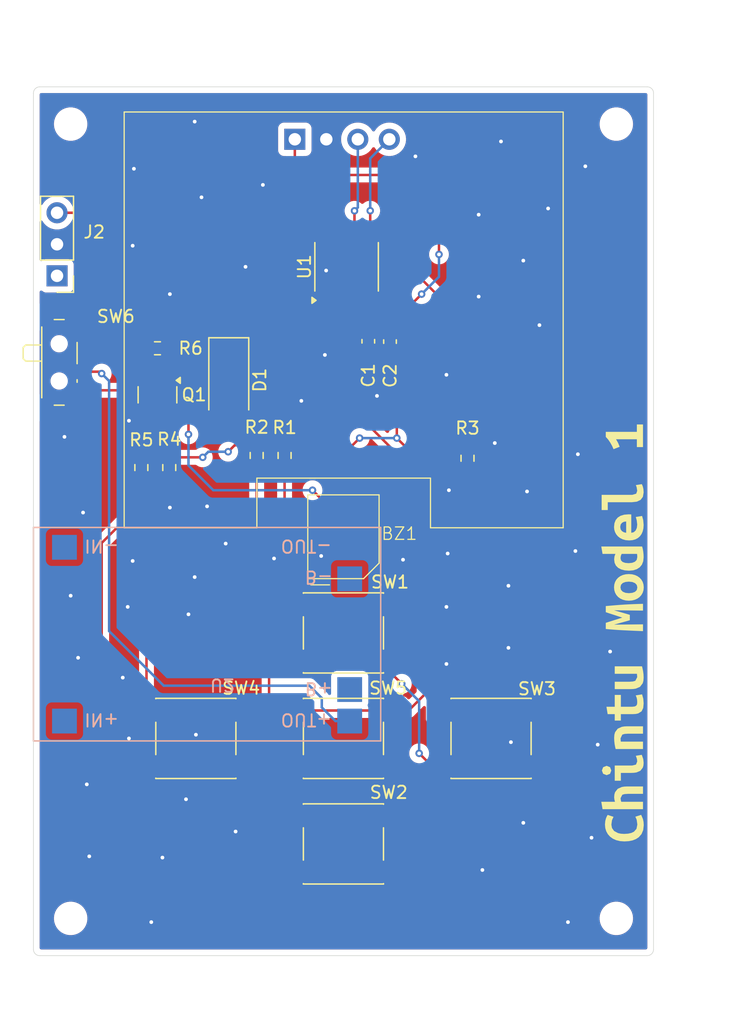
<source format=kicad_pcb>
(kicad_pcb (version 20241229) (generator "pcbnew") (generator_version "9.0")
  (layers (0 "F.Cu" signal) (2 "B.Cu" signal) (13 "F.Paste" user) (15 "B.Paste" user) (5 "F.SilkS" user "F.Silkscreen") (7 "B.SilkS" user "B.Silkscreen") (1 "F.Mask" user) (3 "B.Mask" user) (25 "Edge.Cuts" user))
  (net 0 "")
  (net 1 "VIN")
  (net 2 "GND")
  (net 3 "SDA")
  (net 4 "SCL")
  (net 5 "+3V3")
  (net 6 "DIO")
  (net 7 "Net-(Q1-B)")
  (net 8 "Net-(BZ1-+)")
  (net 9 "Net-(R1-Pad2)")
  (net 10 "Net-(R2-Pad2)")
  (net 11 "Net-(R3-Pad2)")
  (net 12 "Net-(R4-Pad2)")
  (net 13 "Net-(R5-Pad1)")
  (net 14 "BEEP")
  (net 15 "PAD")
  (net 16 "ACT")
  (net 17 "VBAT")
  (footprint "Button_Switch_SMD:SW_SPST_PTS645" (layer "F.Cu") (at 147.495 76.5)
    (property "Reference" "SW1" (at 3.755 -4.1 0) (layer "F.SilkS"))
    (property "Value" "UP")
    (fp_line (start -3.23 -3.23) (end 3.23 -3.23) (stroke (width 0.12)) (layer "F.SilkS"))
    (fp_line (start -3.23 -3.2) (end -3.23 -3.23) (stroke (width 0.12)) (layer "F.SilkS"))
    (fp_line (start -3.23 -1.3) (end -3.23 1.3) (stroke (width 0.12)) (layer "F.SilkS"))
    (fp_line (start -3.23 3.23) (end -3.23 3.2) (stroke (width 0.12)) (layer "F.SilkS"))
    (fp_line (start -3.23 3.23) (end 3.23 3.23) (stroke (width 0.12)) (layer "F.SilkS"))
    (fp_line (start 3.23 -3.23) (end 3.23 -3.2) (stroke (width 0.12)) (layer "F.SilkS"))
    (fp_line (start 3.23 -1.3) (end 3.23 1.3) (stroke (width 0.12)) (layer "F.SilkS"))
    (fp_line (start 3.23 3.23) (end 3.23 3.2) (stroke (width 0.12)) (layer "F.SilkS"))
    (pad "1" smd rect (at -3.98 -2.25) (size 1.55 1.3) (layers "F.Cu" "F.Mask" "F.Paste") (net 9 "Net-(R1-Pad2)"))
    (pad "1" smd rect (at 3.98 -2.25) (size 1.55 1.3) (layers "F.Cu" "F.Mask" "F.Paste") (net 9 "Net-(R1-Pad2)"))
    (pad "2" smd rect (at -3.98 2.25) (size 1.55 1.3) (layers "F.Cu" "F.Mask" "F.Paste") (net 15 "PAD"))
    (pad "2" smd rect (at 3.98 2.25) (size 1.55 1.3) (layers "F.Cu" "F.Mask" "F.Paste") (net 15 "PAD"))
  )
  (footprint "Capacitor_SMD:C_0603_1608Metric" (layer "F.Cu") (at 149.5 53 -90)
    (property "Reference" "C1" (at 2.75 0 90) (layer "F.SilkS"))
    (property "Value" "1uF")
    (fp_line (start -0.14058 0.51) (end 0.14058 0.51) (stroke (width 0.12)) (layer "F.SilkS"))
    (fp_line (start -0.14058 -0.51) (end 0.14058 -0.51) (stroke (width 0.12)) (layer "F.SilkS"))
    (pad "1" smd roundrect (at -0.775 0 270) (size 0.9 0.95) (layers "F.Cu" "F.Mask" "F.Paste") (net 1 "VIN"))
    (pad "2" smd roundrect (at 0.775 0 270) (size 0.9 0.95) (layers "F.Cu" "F.Mask" "F.Paste") (net 2 "GND"))
  )
  (footprint "MountingHole:MountingHole_2.2mm_M2" (layer "F.Cu") (at 169.5 35.5)
    (property "Reference" "REF**" (hide yes))
    (property "Value" "MountingHole_2.2mm_M2" (hide yes))
    (pad "" np_thru_hole circle (at 0 0) (size 2.2 2.2) (drill 2.2) (layers "*.Cu" "*.Mask"))
  )
  (footprint "Button_Switch_SMD:SW_SPST_PTS645" (layer "F.Cu") (at 135.595 85)
    (property "Reference" "SW4" (at 3.655 -4.05 0) (layer "F.SilkS"))
    (property "Value" "LEFT")
    (fp_line (start -3.23 -3.23) (end 3.23 -3.23) (stroke (width 0.12)) (layer "F.SilkS"))
    (fp_line (start -3.23 -3.2) (end -3.23 -3.23) (stroke (width 0.12)) (layer "F.SilkS"))
    (fp_line (start -3.23 -1.3) (end -3.23 1.3) (stroke (width 0.12)) (layer "F.SilkS"))
    (fp_line (start -3.23 3.23) (end -3.23 3.2) (stroke (width 0.12)) (layer "F.SilkS"))
    (fp_line (start -3.23 3.23) (end 3.23 3.23) (stroke (width 0.12)) (layer "F.SilkS"))
    (fp_line (start 3.23 -3.23) (end 3.23 -3.2) (stroke (width 0.12)) (layer "F.SilkS"))
    (fp_line (start 3.23 -1.3) (end 3.23 1.3) (stroke (width 0.12)) (layer "F.SilkS"))
    (fp_line (start 3.23 3.23) (end 3.23 3.2) (stroke (width 0.12)) (layer "F.SilkS"))
    (pad "1" smd rect (at -3.98 -2.25) (size 1.55 1.3) (layers "F.Cu" "F.Mask" "F.Paste") (net 12 "Net-(R4-Pad2)"))
    (pad "1" smd rect (at 3.98 -2.25) (size 1.55 1.3) (layers "F.Cu" "F.Mask" "F.Paste") (net 12 "Net-(R4-Pad2)"))
    (pad "2" smd rect (at -3.98 2.25) (size 1.55 1.3) (layers "F.Cu" "F.Mask" "F.Paste") (net 13 "Net-(R5-Pad1)"))
    (pad "2" smd rect (at 3.98 2.25) (size 1.55 1.3) (layers "F.Cu" "F.Mask" "F.Paste") (net 13 "Net-(R5-Pad1)"))
  )
  (footprint "MountingHole:MountingHole_2.2mm_M2" (layer "F.Cu") (at 169.5 99.5)
    (property "Reference" "REF**" (hide yes))
    (property "Value" "MountingHole_2.2mm_M2" (hide yes))
    (pad "" np_thru_hole circle (at 0 0) (size 2.2 2.2) (drill 2.2) (layers "*.Cu" "*.Mask"))
  )
  (footprint "Package_SO:SOP-8_3.9x4.9mm_P1.27mm" (layer "F.Cu") (at 147.75 47 90)
    (property "Reference" "U1" (at 0 -3.4 90) (layer "F.SilkS"))
    (property "Value" "CH32V003JxMx")
    (fp_line (start 0 -2.56) (end 1.95 -2.56) (stroke (width 0.12)) (layer "F.SilkS"))
    (fp_line (start 0 -2.56) (end -1.95 -2.56) (stroke (width 0.12)) (layer "F.SilkS"))
    (fp_line (start 0 2.56) (end 1.95 2.56) (stroke (width 0.12)) (layer "F.SilkS"))
    (fp_line (start 0 2.56) (end -1.95 2.56) (stroke (width 0.12)) (layer "F.SilkS"))
    (fp_poly (pts (xy -2.7 -2.465) (xy -2.94 -2.795) (xy -2.46 -2.795) (xy -2.7 -2.465)) (stroke (width 0.12)) (fill yes) (layer "F.SilkS"))
    (pad "1" smd roundrect (at -2.625 -1.905 90) (size 1.65 0.6) (layers "F.Cu" "F.Mask" "F.Paste") (net 14 "BEEP"))
    (pad "2" smd roundrect (at -2.625 -0.635 90) (size 1.65 0.6) (layers "F.Cu" "F.Mask" "F.Paste") (net 2 "GND"))
    (pad "3" smd roundrect (at -2.625 0.635 90) (size 1.65 0.6) (layers "F.Cu" "F.Mask" "F.Paste") (net 16 "ACT"))
    (pad "4" smd roundrect (at -2.625 1.905 90) (size 1.65 0.6) (layers "F.Cu" "F.Mask" "F.Paste") (net 1 "VIN"))
    (pad "5" smd roundrect (at 2.625 1.905 90) (size 1.65 0.6) (layers "F.Cu" "F.Mask" "F.Paste") (net 3 "SDA"))
    (pad "6" smd roundrect (at 2.625 0.635 90) (size 1.65 0.6) (layers "F.Cu" "F.Mask" "F.Paste") (net 4 "SCL"))
    (pad "7" smd roundrect (at 2.625 -0.635 90) (size 1.65 0.6) (layers "F.Cu" "F.Mask" "F.Paste") (net 15 "PAD"))
    (pad "8" smd roundrect (at 2.625 -1.905 90) (size 1.65 0.6) (layers "F.Cu" "F.Mask" "F.Paste") (net 6 "DIO"))
  )
  (footprint "Resistor_SMD:R_0603_1608Metric" (layer "F.Cu") (at 157.5 62.425 -90)
    (property "Reference" "R3" (at -2.425 0 0) (layer "F.SilkS"))
    (property "Value" "20K")
    (fp_line (start -0.237258 0.5225) (end 0.237258 0.5225) (stroke (width 0.12)) (layer "F.SilkS"))
    (fp_line (start -0.237258 -0.5225) (end 0.237258 -0.5225) (stroke (width 0.12)) (layer "F.SilkS"))
    (pad "1" smd roundrect (at -0.825 0 270) (size 0.8 0.95) (layers "F.Cu" "F.Mask" "F.Paste") (net 1 "VIN"))
    (pad "2" smd roundrect (at 0.825 0 270) (size 0.8 0.95) (layers "F.Cu" "F.Mask" "F.Paste") (net 11 "Net-(R3-Pad2)"))
  )
  (footprint "Button_Switch_SMD:SW_SPST_PTS645" (layer "F.Cu") (at 159.4 85)
    (property "Reference" "SW3" (at 3.7 -4 0) (layer "F.SilkS"))
    (property "Value" "RIGHT")
    (fp_line (start -3.23 -3.23) (end 3.23 -3.23) (stroke (width 0.12)) (layer "F.SilkS"))
    (fp_line (start -3.23 -3.2) (end -3.23 -3.23) (stroke (width 0.12)) (layer "F.SilkS"))
    (fp_line (start -3.23 -1.3) (end -3.23 1.3) (stroke (width 0.12)) (layer "F.SilkS"))
    (fp_line (start -3.23 3.23) (end -3.23 3.2) (stroke (width 0.12)) (layer "F.SilkS"))
    (fp_line (start -3.23 3.23) (end 3.23 3.23) (stroke (width 0.12)) (layer "F.SilkS"))
    (fp_line (start 3.23 -3.23) (end 3.23 -3.2) (stroke (width 0.12)) (layer "F.SilkS"))
    (fp_line (start 3.23 -1.3) (end 3.23 1.3) (stroke (width 0.12)) (layer "F.SilkS"))
    (fp_line (start 3.23 3.23) (end 3.23 3.2) (stroke (width 0.12)) (layer "F.SilkS"))
    (pad "1" smd rect (at -3.98 -2.25) (size 1.55 1.3) (layers "F.Cu" "F.Mask" "F.Paste") (net 11 "Net-(R3-Pad2)"))
    (pad "1" smd rect (at 3.98 -2.25) (size 1.55 1.3) (layers "F.Cu" "F.Mask" "F.Paste") (net 11 "Net-(R3-Pad2)"))
    (pad "2" smd rect (at -3.98 2.25) (size 1.55 1.3) (layers "F.Cu" "F.Mask" "F.Paste") (net 15 "PAD"))
    (pad "2" smd rect (at 3.98 2.25) (size 1.55 1.3) (layers "F.Cu" "F.Mask" "F.Paste") (net 15 "PAD"))
  )
  (footprint "Resistor_SMD:R_0603_1608Metric" (layer "F.Cu") (at 142.75 62.2 -90)
    (property "Reference" "R1" (at -2.25 0 180) (layer "F.SilkS"))
    (property "Value" "8K2")
    (fp_line (start -0.237258 0.5225) (end 0.237258 0.5225) (stroke (width 0.12)) (layer "F.SilkS"))
    (fp_line (start -0.237258 -0.5225) (end 0.237258 -0.5225) (stroke (width 0.12)) (layer "F.SilkS"))
    (pad "1" smd roundrect (at -0.825 0 270) (size 0.8 0.95) (layers "F.Cu" "F.Mask" "F.Paste") (net 1 "VIN"))
    (pad "2" smd roundrect (at 0.825 0 270) (size 0.8 0.95) (layers "F.Cu" "F.Mask" "F.Paste") (net 9 "Net-(R1-Pad2)"))
  )
  (footprint "Resistor_SMD:R_0603_1608Metric" (layer "F.Cu") (at 131.2 63.175 90)
    (property "Reference" "R5" (at 2.225 0 180) (layer "F.SilkS"))
    (property "Value" "2K")
    (fp_line (start -0.237258 -0.5225) (end 0.237258 -0.5225) (stroke (width 0.12)) (layer "F.SilkS"))
    (fp_line (start -0.237258 0.5225) (end 0.237258 0.5225) (stroke (width 0.12)) (layer "F.SilkS"))
    (pad "1" smd roundrect (at -0.825 0 90) (size 0.8 0.95) (layers "F.Cu" "F.Mask" "F.Paste") (net 13 "Net-(R5-Pad1)"))
    (pad "2" smd roundrect (at 0.825 0 90) (size 0.8 0.95) (layers "F.Cu" "F.Mask" "F.Paste") (net 2 "GND"))
  )
  (footprint "Resistor_SMD:R_0603_1608Metric" (layer "F.Cu") (at 133.45 63.175 -90)
    (property "Reference" "R4" (at -2.275 0 180) (layer "F.SilkS"))
    (property "Value" "2K")
    (fp_line (start -0.237258 0.5225) (end 0.237258 0.5225) (stroke (width 0.12)) (layer "F.SilkS"))
    (fp_line (start -0.237258 -0.5225) (end 0.237258 -0.5225) (stroke (width 0.12)) (layer "F.SilkS"))
    (pad "1" smd roundrect (at -0.825 0 270) (size 0.8 0.95) (layers "F.Cu" "F.Mask" "F.Paste") (net 1 "VIN"))
    (pad "2" smd roundrect (at 0.825 0 270) (size 0.8 0.95) (layers "F.Cu" "F.Mask" "F.Paste") (net 12 "Net-(R4-Pad2)"))
  )
  (footprint "Resistor_SMD:R_0603_1608Metric" (layer "F.Cu") (at 140.5 62.2 -90)
    (property "Reference" "R2" (at -2.275 0 180) (layer "F.SilkS"))
    (property "Value" "3K9")
    (fp_line (start -0.237258 0.5225) (end 0.237258 0.5225) (stroke (width 0.12)) (layer "F.SilkS"))
    (fp_line (start -0.237258 -0.5225) (end 0.237258 -0.5225) (stroke (width 0.12)) (layer "F.SilkS"))
    (pad "1" smd roundrect (at -0.825 0 270) (size 0.8 0.95) (layers "F.Cu" "F.Mask" "F.Paste") (net 1 "VIN"))
    (pad "2" smd roundrect (at 0.825 0 270) (size 0.8 0.95) (layers "F.Cu" "F.Mask" "F.Paste") (net 10 "Net-(R2-Pad2)"))
  )
  (footprint "Connector_PinHeader_2.54mm:PinHeader_1x03_P2.54mm_Vertical" (layer "F.Cu") (at 124.4 47.725 180)
    (property "Reference" "J2" (at -3 3.525 0) (layer "F.SilkS"))
    (property "Value" "PROG")
    (fp_line (start 1.33 1.27) (end 1.33 6.41) (stroke (width 0.12)) (layer "F.SilkS"))
    (fp_line (start -1.33 6.41) (end 1.33 6.41) (stroke (width 0.12)) (layer "F.SilkS"))
    (fp_line (start -1.33 1.27) (end 1.33 1.27) (stroke (width 0.12)) (layer "F.SilkS"))
    (fp_line (start -1.33 1.27) (end -1.33 6.41) (stroke (width 0.12)) (layer "F.SilkS"))
    (fp_line (start -1.33 0) (end -1.33 -1.33) (stroke (width 0.12)) (layer "F.SilkS"))
    (fp_line (start -1.33 -1.33) (end 0 -1.33) (stroke (width 0.12)) (layer "F.SilkS"))
    (pad "1" thru_hole rect (at 0 0 180) (size 1.7 1.7) (drill 1) (layers "*.Cu" "*.Mask") (net 5 "+3V3"))
    (pad "2" thru_hole oval (at 0 2.54 180) (size 1.7 1.7) (drill 1) (layers "*.Cu" "*.Mask") (net 2 "GND"))
    (pad "3" thru_hole oval (at 0 5.08 180) (size 1.7 1.7) (drill 1) (layers "*.Cu" "*.Mask") (net 6 "DIO"))
  )
  (footprint "Diode_SMD:D_MELF" (layer "F.Cu") (at 138.25 56.125 -90)
    (property "Reference" "D1" (at 0 -2.5 90) (layer "F.SilkS"))
    (property "Value" "SM4007")
    (fp_line (start -3.41 1.61) (end 2.4 1.61) (stroke (width 0.12)) (layer "F.SilkS"))
    (fp_line (start -3.41 -1.61) (end -3.41 1.61) (stroke (width 0.12)) (layer "F.SilkS"))
    (fp_line (start 2.4 -1.61) (end -3.41 -1.61) (stroke (width 0.12)) (layer "F.SilkS"))
    (pad "1" smd roundrect (at -2.4 0 270) (size 1.5 2.7) (layers "F.Cu" "F.Mask" "F.Paste") (roundrect_rratio 0.1666666667) (net 8 "Net-(BZ1-+)"))
    (pad "2" smd roundrect (at 2.4 0 270) (size 1.5 2.7) (layers "F.Cu" "F.Mask" "F.Paste") (roundrect_rratio 0.1666666667) (net 2 "GND"))
  )
  (footprint "MountingHole:MountingHole_2.2mm_M2" (layer "F.Cu") (at 125.5 35.5)
    (property "Reference" "REF**" (hide yes))
    (property "Value" "MountingHole_2.2mm_M2" (hide yes))
    (pad "" np_thru_hole circle (at 0 0) (size 2.2 2.2) (drill 2.2) (layers "*.Cu" "*.Mask"))
  )
  (footprint "grape:MLT-5030" (layer "F.Cu") (at 147.12 72.375 180)
    (property "Reference" "BZ1" (at -4.88 3.875 0) (layer "F.SilkS") (effects (font (thickness 0.1))))
    (property "Value" "Buzzer")
    (fp_line (start 2.5 7) (end -3.25 7) (stroke (width 0.1)) (layer "F.SilkS"))
    (fp_line (start 2.5 0.25) (end 2.5 7) (stroke (width 0.1)) (layer "F.SilkS"))
    (fp_line (start 0.75 -0.25) (end 2.25 -0.25) (stroke (width 0.1)) (layer "F.SilkS"))
    (fp_line (start -2 0.25) (end 2.5 0.25) (stroke (width 0.1)) (layer "F.SilkS"))
    (fp_line (start -3.25 7) (end -3.25 1.5) (stroke (width 0.1)) (layer "F.SilkS"))
    (fp_line (start -3.25 1.5) (end -2 0.25) (stroke (width 0.1)) (layer "F.SilkS"))
    (pad "" smd rect (at -2.25 5.5 180) (size 1.2 2) (layers "F.Cu" "F.Mask" "F.Paste"))
    (pad "1" smd rect (at 1.5 5.5 180) (size 1.2 2) (layers "F.Cu" "F.Mask" "F.Paste") (net 8 "Net-(BZ1-+)"))
    (pad "2" smd rect (at 1.5 1.5 180) (size 1.2 2) (layers "F.Cu" "F.Mask" "F.Paste") (net 2 "GND"))
  )
  (footprint "Resistor_SMD:R_0603_1608Metric" (layer "F.Cu") (at 132.5 53.5625)
    (property "Reference" "R6" (at 2.675 0 0) (layer "F.SilkS"))
    (property "Value" "2K")
    (fp_line (start -0.237258 -0.5225) (end 0.237258 -0.5225) (stroke (width 0.12)) (layer "F.SilkS"))
    (fp_line (start -0.237258 0.5225) (end 0.237258 0.5225) (stroke (width 0.12)) (layer "F.SilkS"))
    (pad "1" smd roundrect (at -0.825 0) (size 0.8 0.95) (layers "F.Cu" "F.Mask" "F.Paste") (net 14 "BEEP"))
    (pad "2" smd roundrect (at 0.825 0) (size 0.8 0.95) (layers "F.Cu" "F.Mask" "F.Paste") (net 7 "Net-(Q1-B)"))
  )
  (footprint "grape:SH1106" (layer "F.Cu") (at 147.415 53.725)
    (property "Reference" "J1" (hide yes))
    (property "Value" "DISPLAY" (hide yes))
    (fp_line (start -17.6 -19.2) (end 17.8 -19.2) (stroke (width 0.1)) (layer "F.SilkS"))
    (fp_line (start -17.6 14.3) (end -17.6 -19.2) (stroke (width 0.1)) (layer "F.SilkS"))
    (fp_line (start -6.9 10.3) (end -6.9 14.3) (stroke (width 0.1)) (layer "F.SilkS"))
    (fp_line (start -6.9 14.3) (end -17.6 14.3) (stroke (width 0.1)) (layer "F.SilkS"))
    (fp_line (start 7.1 10.3) (end -6.9 10.3) (stroke (width 0.1)) (layer "F.SilkS"))
    (fp_line (start 7.1 14.3) (end 7.1 10.3) (stroke (width 0.1)) (layer "F.SilkS"))
    (fp_line (start 17.8 -19.2) (end 17.8 14.3) (stroke (width 0.1)) (layer "F.SilkS"))
    (fp_line (start 17.8 14.3) (end 7.1 14.3) (stroke (width 0.1)) (layer "F.SilkS"))
    (pad "1" thru_hole rect (at -3.84 -17) (size 1.7 1.7) (drill 1) (layers "*.Cu" "*.Mask") (net 1 "VIN"))
    (pad "2" thru_hole circle (at -1.3 -17) (size 1.7 1.7) (drill 1) (layers "*.Cu" "*.Mask") (net 2 "GND"))
    (pad "3" thru_hole circle (at 1.24 -17) (size 1.7 1.7) (drill 1) (layers "*.Cu" "*.Mask") (net 4 "SCL"))
    (pad "4" thru_hole circle (at 3.78 -17) (size 1.7 1.7) (drill 1) (layers "*.Cu" "*.Mask") (net 3 "SDA"))
  )
  (footprint "Button_Switch_SMD:SW_SPST_PTS645" (layer "F.Cu") (at 147.495 93.5)
    (property "Reference" "SW2" (at 3.655 -4.15 0) (layer "F.SilkS"))
    (property "Value" "DOWN")
    (fp_line (start -3.23 -3.23) (end 3.23 -3.23) (stroke (width 0.12)) (layer "F.SilkS"))
    (fp_line (start -3.23 -3.2) (end -3.23 -3.23) (stroke (width 0.12)) (layer "F.SilkS"))
    (fp_line (start -3.23 -1.3) (end -3.23 1.3) (stroke (width 0.12)) (layer "F.SilkS"))
    (fp_line (start -3.23 3.23) (end -3.23 3.2) (stroke (width 0.12)) (layer "F.SilkS"))
    (fp_line (start -3.23 3.23) (end 3.23 3.23) (stroke (width 0.12)) (layer "F.SilkS"))
    (fp_line (start 3.23 -3.23) (end 3.23 -3.2) (stroke (width 0.12)) (layer "F.SilkS"))
    (fp_line (start 3.23 -1.3) (end 3.23 1.3) (stroke (width 0.12)) (layer "F.SilkS"))
    (fp_line (start 3.23 3.23) (end 3.23 3.2) (stroke (width 0.12)) (layer "F.SilkS"))
    (pad "1" smd rect (at -3.98 -2.25) (size 1.55 1.3) (layers "F.Cu" "F.Mask" "F.Paste") (net 10 "Net-(R2-Pad2)"))
    (pad "1" smd rect (at 3.98 -2.25) (size 1.55 1.3) (layers "F.Cu" "F.Mask" "F.Paste") (net 10 "Net-(R2-Pad2)"))
    (pad "2" smd rect (at -3.98 2.25) (size 1.55 1.3) (layers "F.Cu" "F.Mask" "F.Paste") (net 15 "PAD"))
    (pad "2" smd rect (at 3.98 2.25) (size 1.55 1.3) (layers "F.Cu" "F.Mask" "F.Paste") (net 15 "PAD"))
  )
  (footprint "kibuzzard-67E9313F" (layer "F.Cu") (at 170 76.5 90)
    (property "Reference" "kibuzzard-67E9313F" (hide yes))
    (property "Value" "G***" (hide yes))
    (fp_poly (pts (xy -10.705977 -1.281906) (xy -10.817447 -1.005654) (xy -11.084006 -0.903877) (xy -11.348142 -1.005654) (xy -11.457189 -1.281906) (xy -11.348142 -1.563005) (xy -11.084006 -1.664782) (xy -10.817447 -1.563005) (xy -10.705977 -1.281906)) (fill yes) (layer "F.SilkS"))
    (fp_poly (pts (xy 15.605816 1.155897) (xy 15.605816 -0.521002) (xy 15.295638 -0.34895) (xy 15 -0.23021) (xy 14.806139 -0.724556) (xy 15.058158 -0.836026) (xy 15.329564 -0.986268) (xy 15.58643 -1.160743) (xy 15.79483 -1.349758) (xy 16.201939 -1.349758) (xy 16.201939 1.155897) (xy 16.798061 1.155897) (xy 16.798061 1.650242) (xy 14.975767 1.650242) (xy 14.975767 1.155897) (xy 15.605816 1.155897)) (fill yes) (layer "F.SilkS"))
    (fp_poly (pts (xy 11.990307 1.553312) (xy 11.924879 1.587237) (xy 11.791599 1.638126) (xy 11.590468 1.684168) (xy 11.321486 1.703554) (xy 10.965267 1.642367) (xy 10.720517 1.458805) (xy 10.578756 1.157714) (xy 10.531502 0.743942) (xy 10.531502 -1.189822) (xy 9.901454 -1.189822) (xy 9.901454 -1.684168) (xy 11.127625 -1.684168) (xy 11.127625 0.787561) (xy 11.219709 1.102585) (xy 11.452342 1.184976) (xy 11.752827 1.136511) (xy 11.912763 1.073506) (xy 11.990307 1.553312)) (fill yes) (layer "F.SilkS"))
    (fp_poly (pts (xy -9.819063 1.553312) (xy -10.16559 1.672052) (xy -10.463651 1.703554) (xy -10.677504 1.686591) (xy -10.853796 1.635703) (xy -11.105816 1.439418) (xy -11.239095 1.126817) (xy -11.268174 0.929321) (xy -11.277868 0.70517) (xy -11.277868 -0.133279) (xy -11.907916 -0.133279) (xy -11.907916 -0.627625) (xy -10.681745 -0.627625) (xy -10.681745 0.782714) (xy -10.606624 1.085622) (xy -10.357027 1.184976) (xy -10.15832 1.163166) (xy -9.896607 1.073506) (xy -9.819063 1.553312)) (fill yes) (layer "F.SilkS"))
    (fp_poly (pts (xy -2.689822 1.572698) (xy -2.872173 1.616317) (xy -3.089661 1.659935) (xy -3.335016 1.692649) (xy -3.600969 1.703554) (xy -3.856624 1.684168) (xy -4.061389 1.62601) (xy -4.344911 1.405493) (xy -4.487884 1.068659) (xy -4.516963 0.865105) (xy -4.526656 0.642165) (xy -4.526656 -0.627625) (xy -3.930533 -0.627625) (xy -3.930533 0.56462) (xy -3.911753 0.839055) (xy -3.855412 1.03231) (xy -3.562197 1.184976) (xy -3.290792 1.160743) (xy -3.290792 -0.627625) (xy -2.689822 -0.627625) (xy -2.689822 1.572698)) (fill yes) (layer "F.SilkS"))
    (fp_poly (pts (xy -9.353796 -0.554927) (xy -9.175081 -0.597334) (xy -8.958805 -0.637318) (xy -8.713449 -0.666397) (xy -8.447496 -0.67609) (xy -8.199111 -0.65731) (xy -7.996769 -0.600969) (xy -7.713247 -0.387722) (xy -7.565428 -0.058158) (xy -7.532714 0.143578) (xy -7.521809 0.365913) (xy -7.521809 1.650242) (xy -8.117932 1.650242) (xy -8.117932 0.443457) (xy -8.136107 0.168417) (xy -8.19063 -0.016963) (xy -8.486268 -0.157512) (xy -8.619548 -0.152666) (xy -8.757674 -0.138126) (xy -8.757674 1.650242) (xy -9.353796 1.650242) (xy -9.353796 -0.554927)) (fill yes) (layer "F.SilkS"))
    (fp_poly (pts (xy -14.200323 1.650242) (xy -14.200323 -1.61147) (xy -13.6042 -1.713247) (xy -13.6042 -0.608239) (xy -13.429725 -0.654281) (xy -13.250404 -0.67609) (xy -13.018982 -0.65731) (xy -12.828756 -0.600969) (xy -12.557351 -0.387722) (xy -12.411955 -0.058158) (xy -12.379241 0.143578) (xy -12.368336 0.365913) (xy -12.368336 1.650242) (xy -12.964459 1.650242) (xy -12.964459 0.443457) (xy -12.982633 0.168417) (xy -13.037157 -0.016963) (xy -13.313409 -0.157512) (xy -13.475767 -0.138126) (xy -13.6042 -0.1042) (xy -13.6042 1.650242) (xy -14.200323 1.650242)) (fill yes) (layer "F.SilkS"))
    (fp_poly (pts (xy -6.542811 -0.133279) (xy -7.061389 -0.133279) (xy -7.061389 -0.627625) (xy -6.542811 -0.627625) (xy -6.542811 -1.199515) (xy -5.946688 -1.296446) (xy -5.946688 -0.627625) (xy -4.991922 -0.627625) (xy -4.991922 -0.133279) (xy -5.946688 -0.133279) (xy -5.946688 0.787561) (xy -5.922456 0.991115) (xy -5.854604 1.112278) (xy -5.747981 1.170436) (xy -5.607431 1.184976) (xy -5.454766 1.180129) (xy -5.319063 1.163166) (xy -5.18336 1.126817) (xy -5.030695 1.063813) (xy -4.948304 1.577544) (xy -5.304523 1.674475) (xy -5.675283 1.703554) (xy -6.043619 1.669628) (xy -6.315024 1.538772) (xy -6.484653 1.264943) (xy -6.528271 1.060784) (xy -6.542811 0.8021) (xy -6.542811 -0.133279)) (fill yes) (layer "F.SilkS"))
    (fp_poly (pts (xy 0.814216 -1.349758) (xy 0.899031 -1.088045) (xy 1.008078 -0.743942) (xy 1.124394 -0.370759) (xy 1.235864 -0.021809) (xy 1.357027 -0.392569) (xy 1.478191 -0.760905) (xy 1.584814 -1.092892) (xy 1.672052 -1.349758) (xy 2.166397 -1.349758) (xy 2.199717 -0.962036) (xy 2.231826 -0.584006) (xy 2.260905 -0.212641) (xy 2.285137 0.155089) (xy 2.305129 0.522213) (xy 2.321486 0.891761) (xy 2.334814 1.266761) (xy 2.345719 1.650242) (xy 1.798061 1.650242) (xy 1.827141 -0.680937) (xy 1.458805 0.588853) (xy 1.022617 0.588853) (xy 0.668821 -0.680937) (xy 0.693053 1.650242) (xy 0.145396 1.650242) (xy 0.160541 1.274637) (xy 0.176898 0.884491) (xy 0.194467 0.488288) (xy 0.213247 0.094507) (xy 0.234451 -0.292003) (xy 0.259289 -0.666397) (xy 0.287763 -1.021405) (xy 0.319871 -1.349758) (xy 0.814216 -1.349758)) (fill yes) (layer "F.SilkS"))
    (fp_poly (pts (xy 6.964459 1.582391) (xy 6.781502 1.630856) (xy 6.562197 1.669628) (xy 6.327141 1.695073) (xy 6.101777 1.703376) (xy 6.101777 1.189822) (xy 6.23748 1.184976) (xy 6.368336 1.170436) (xy 6.368336 -0.070275) (xy 6.213247 -0.135703) (xy 6.029079 -0.162359) (xy 5.844911 -0.119952) (xy 5.718901 0.00727) (xy 5.646204 0.214459) (xy 5.621971 0.496769) (xy 5.650444 0.774233) (xy 5.735864 0.995961) (xy 5.884289 1.141357) (xy 6.101777 1.189822) (xy 6.101777 1.703376) (xy 6.096931 1.703554) (xy 5.770328 1.668551) (xy 5.501346 1.563543) (xy 5.289984 1.38853) (xy 5.137857 1.152666) (xy 5.046581 0.865105) (xy 5.016155 0.525848) (xy 5.041734 0.180398) (xy 5.118471 -0.112816) (xy 5.246365 -0.353796) (xy 5.42434 -0.532849) (xy 5.651319 -0.64028) (xy 5.927302 -0.67609) (xy 6.164782 -0.649435) (xy 6.368336 -0.574313) (xy 6.368336 -1.61147) (xy 6.964459 -1.713247) (xy 6.964459 1.582391)) (fill yes) (layer "F.SilkS"))
    (fp_poly (pts (xy -15.494346 1.713247) (xy -15.884222 1.668013) (xy -16.207324 1.53231) (xy -16.463651 1.306139) (xy -16.609956 1.081078) (xy -16.714459 0.813005) (xy -16.777161 0.501918) (xy -16.798061 0.147819) (xy -16.772617 -0.204766) (xy -16.696284 -0.516155) (xy -16.574515 -0.784532) (xy -16.412763 -1.008078) (xy -16.214055 -1.184976) (xy -15.981422 -1.313409) (xy -15.720315 -1.391559) (xy -15.436187 -1.417609) (xy -15.147819 -1.390953) (xy -14.922456 -1.330372) (xy -14.760097 -1.257674) (xy -14.660743 -1.199515) (xy -14.815832 -0.724556) (xy -15.084814 -0.848142) (xy -15.44588 -0.899031) (xy -15.719709 -0.848142) (xy -15.957189 -0.678514) (xy -16.126817 -0.361066) (xy -16.175889 -0.138126) (xy -16.192246 0.133279) (xy -16.17259 0.449111) (xy -16.113624 0.711632) (xy -16.015347 0.92084) (xy -15.782108 1.126212) (xy -15.436187 1.194669) (xy -15.050889 1.141357) (xy -14.806139 1.034733) (xy -14.655897 1.504847) (xy -14.997577 1.647819) (xy -15.229604 1.69689) (xy -15.494346 1.713247)) (fill yes) (layer "F.SilkS"))
    (fp_poly (pts (xy 7.453958 0.530695) (xy 7.476979 0.248384) (xy 7.546042 0.002423) (xy 7.652666 -0.206583) (xy 7.788368 -0.378029) (xy 7.949515 -0.511914) (xy 8.132472 -0.608239) (xy 8.328756 -0.666397) (xy 8.529887 -0.685784) (xy 8.838988 -0.652666) (xy 9.094238 -0.553312) (xy 9.295638 -0.387722) (xy 9.441034 -0.158589) (xy 9.528271 0.131395) (xy 9.557351 0.482229) (xy 9.554927 0.603393) (xy 9.547658 0.70517) (xy 8.980614 0.70517) (xy 8.980614 0.293215) (xy 8.956381 0.116317) (xy 8.878837 -0.036349) (xy 8.743134 -0.145396) (xy 8.53958 -0.186591) (xy 8.338449 -0.147819) (xy 8.1979 -0.041195) (xy 8.110662 0.113893) (xy 8.069467 0.293215) (xy 8.980614 0.293215) (xy 8.980614 0.70517) (xy 8.069467 0.70517) (xy 8.115509 0.904483) (xy 8.253635 1.056543) (xy 8.464459 1.152868) (xy 8.728595 1.184976) (xy 9.070275 1.146204) (xy 9.344103 1.068659) (xy 9.426494 1.577544) (xy 9.096931 1.667205) (xy 8.704362 1.703554) (xy 8.428716 1.684774) (xy 8.18336 1.628433) (xy 7.970113 1.535137) (xy 7.790792 1.405493) (xy 7.647213 1.240105) (xy 7.541195 1.03958) (xy 7.475767 0.803312) (xy 7.453958 0.530695)) (fill yes) (layer "F.SilkS"))
    (fp_poly (pts (xy 4.74475 0.506462) (xy 4.725363 0.765145) (xy 4.667205 0.998384) (xy 4.57391 1.203756) (xy 4.449111 1.378837) (xy 4.294628 1.520598) (xy 4.112278 1.62601) (xy 3.904483 1.691438) (xy 3.673667 1.713247) (xy 3.663974 1.712331) (xy 3.663974 1.194669) (xy 3.868134 1.147415) (xy 4.015347 1.005654) (xy 4.104402 0.787561) (xy 4.134087 0.511309) (xy 4.106826 0.235662) (xy 4.02504 0.019386) (xy 3.882674 -0.120557) (xy 3.673667 -0.167205) (xy 3.469507 -0.120557) (xy 3.322294 0.019386) (xy 3.233239 0.235662) (xy 3.203554 0.511309) (xy 3.230816 0.787561) (xy 3.312601 1.005654) (xy 3.454968 1.147415) (xy 3.663974 1.194669) (xy 3.663974 1.712331) (xy 3.442851 1.691438) (xy 3.235057 1.62601) (xy 3.0521 1.520598) (xy 2.8958 1.378837) (xy 2.769184 1.203756) (xy 2.675283 0.998384) (xy 2.617124 0.765145) (xy 2.597738 0.506462) (xy 2.61773 0.251414) (xy 2.677706 0.019386) (xy 2.773425 -0.18538) (xy 2.900646 -0.358643) (xy 3.057553 -0.497981) (xy 3.242326 -0.600969) (xy 3.449515 -0.66458) (xy 3.673667 -0.685784) (xy 3.900848 -0.66458) (xy 4.107431 -0.600969) (xy 4.290388 -0.497981) (xy 4.446688 -0.358643) (xy 4.573304 -0.18538) (xy 4.667205 0.019386) (xy 4.725363 0.251414) (xy 4.74475 0.506462)) (fill yes) (layer "F.SilkS"))
  )
  (footprint "Button_Switch_SMD:SW_SPST_PTS645" (layer "F.Cu") (at 147.495 85)
    (property "Reference" "SW5" (at 3.605 -4.05 0) (layer "F.SilkS"))
    (property "Value" "ACT")
    (fp_line (start -3.23 -3.23) (end 3.23 -3.23) (stroke (width 0.12)) (layer "F.SilkS"))
    (fp_line (start -3.23 -3.2) (end -3.23 -3.23) (stroke (width 0.12)) (layer "F.SilkS"))
    (fp_line (start -3.23 -1.3) (end -3.23 1.3) (stroke (width 0.12)) (layer "F.SilkS"))
    (fp_line (start -3.23 3.23) (end -3.23 3.2) (stroke (width 0.12)) (layer "F.SilkS"))
    (fp_line (start -3.23 3.23) (end 3.23 3.23) (stroke (width 0.12)) (layer "F.SilkS"))
    (fp_line (start 3.23 -3.23) (end 3.23 -3.2) (stroke (width 0.12)) (layer "F.SilkS"))
    (fp_line (start 3.23 -1.3) (end 3.23 1.3) (stroke (width 0.12)) (layer "F.SilkS"))
    (fp_line (start 3.23 3.23) (end 3.23 3.2) (stroke (width 0.12)) (layer "F.SilkS"))
    (pad "1" smd rect (at -3.98 -2.25) (size 1.55 1.3) (layers "F.Cu" "F.Mask" "F.Paste") (net 16 "ACT"))
    (pad "1" smd rect (at 3.98 -2.25) (size 1.55 1.3) (layers "F.Cu" "F.Mask" "F.Paste") (net 16 "ACT"))
    (pad "2" smd rect (at -3.98 2.25) (size 1.55 1.3) (layers "F.Cu" "F.Mask" "F.Paste") (net 2 "GND"))
    (pad "2" smd rect (at 3.98 2.25) (size 1.55 1.3) (layers "F.Cu" "F.Mask" "F.Paste") (net 2 "GND"))
  )
  (footprint "MountingHole:MountingHole_2.2mm_M2" (layer "F.Cu") (at 125.5 99.5)
    (property "Reference" "REF**" (hide yes))
    (property "Value" "MountingHole_2.2mm_M2" (hide yes))
    (pad "" np_thru_hole circle (at 0 0) (size 2.2 2.2) (drill 2.2) (layers "*.Cu" "*.Mask"))
  )
  (footprint "Button_Switch_SMD:SW_SPDT_PCM12" (layer "F.Cu") (at 124.9 54.7 -90)
    (property "Reference" "SW6" (at -3.7 -4.245 180) (layer "F.SilkS"))
    (property "Value" "SW_SPDT")
    (fp_line (start -1.2 3.23) (end -0.3 3.23) (stroke (width 0.12)) (layer "F.SilkS"))
    (fp_line (start -1.4 3.02) (end -1.2 3.23) (stroke (width 0.12)) (layer "F.SilkS"))
    (fp_line (start -0.1 3.02) (end -0.3 3.23) (stroke (width 0.12)) (layer "F.SilkS"))
    (fp_line (start -0.1 3.02) (end -0.1 1.73) (stroke (width 0.12)) (layer "F.SilkS"))
    (fp_line (start -2.85 1.73) (end 2.85 1.73) (stroke (width 0.12)) (layer "F.SilkS"))
    (fp_line (start -1.4 1.73) (end -1.4 3.02) (stroke (width 0.12)) (layer "F.SilkS"))
    (fp_line (start 3.45 0.72) (end 3.45 -0.07) (stroke (width 0.12)) (layer "F.SilkS"))
    (fp_line (start -3.45 -0.07) (end -3.45 0.72) (stroke (width 0.12)) (layer "F.SilkS"))
    (fp_line (start -1.6 -1.12) (end 0.1 -1.12) (stroke (width 0.12)) (layer "F.SilkS"))
    (fp_line (start 1.4 -1.12) (end 1.6 -1.12) (stroke (width 0.12)) (layer "F.SilkS"))
    (pad "" smd rect (at -3.65 -0.78 270) (size 1 0.8) (layers "F.Cu" "F.Mask" "F.Paste"))
    (pad "" smd rect (at -3.65 1.43 270) (size 1 0.8) (layers "F.Cu" "F.Mask" "F.Paste"))
    (pad "" np_thru_hole circle (at -1.5 0.33 270) (size 0.9 0.9) (drill 0.9) (layers "*.Cu" "*.Mask"))
    (pad "" np_thru_hole circle (at 1.5 0.33 270) (size 0.9 0.9) (drill 0.9) (layers "*.Cu" "*.Mask"))
    (pad "" smd rect (at 3.65 -0.78 270) (size 1 0.8) (layers "F.Cu" "F.Mask" "F.Paste"))
    (pad "" smd rect (at 3.65 1.43 270) (size 1 0.8) (layers "F.Cu" "F.Mask" "F.Paste"))
    (pad "1" smd rect (at -2.25 -1.43 270) (size 0.7 1.5) (layers "F.Cu" "F.Mask" "F.Paste"))
    (pad "2" smd rect (at 0.75 -1.43 270) (size 0.7 1.5) (layers "F.Cu" "F.Mask" "F.Paste") (net 17 "VBAT"))
    (pad "3" smd rect (at 2.25 -1.43 270) (size 0.7 1.5) (layers "F.Cu" "F.Mask" "F.Paste") (net 1 "VIN"))
  )
  (footprint "Package_TO_SOT_SMD:SOT-23" (layer "F.Cu") (at 132.5 57.3125 -90)
    (property "Reference" "Q1" (at 0 -2.95 180) (layer "F.SilkS"))
    (property "Value" "BC857")
    (fp_line (start 0 1.56) (end -0.65 1.56) (stroke (width 0.12)) (layer "F.SilkS"))
    (fp_line (start 0 1.56) (end 0.65 1.56) (stroke (width 0.12)) (layer "F.SilkS"))
    (fp_line (start 0 -1.56) (end -0.65 -1.56) (stroke (width 0.12)) (layer "F.SilkS"))
    (fp_line (start 0 -1.56) (end 0.65 -1.56) (stroke (width 0.12)) (layer "F.SilkS"))
    (fp_poly (pts (xy -1.1625 -1.51) (xy -1.4025 -1.84) (xy -0.9225 -1.84) (xy -1.1625 -1.51)) (stroke (width 0.12)) (fill yes) (layer "F.SilkS"))
    (pad "1" smd roundrect (at -0.9375 -0.95 270) (size 1.475 0.6) (layers "F.Cu" "F.Mask" "F.Paste") (net 7 "Net-(Q1-B)"))
    (pad "2" smd roundrect (at -0.9375 0.95 270) (size 1.475 0.6) (layers "F.Cu" "F.Mask" "F.Paste") (net 1 "VIN"))
    (pad "3" smd roundrect (at 0.9375 0 270) (size 1.475 0.6) (layers "F.Cu" "F.Mask" "F.Paste") (net 8 "Net-(BZ1-+)"))
  )
  (footprint "Capacitor_SMD:C_0603_1608Metric" (layer "F.Cu") (at 151.25 53.025 -90)
    (property "Reference" "C2" (at 2.75 -0.01 90) (layer "F.SilkS"))
    (property "Value" "100nF")
    (fp_line (start -0.14058 0.51) (end 0.14058 0.51) (stroke (width 0.12)) (layer "F.SilkS"))
    (fp_line (start -0.14058 -0.51) (end 0.14058 -0.51) (stroke (width 0.12)) (layer "F.SilkS"))
    (pad "1" smd roundrect (at -0.775 0 270) (size 0.9 0.95) (layers "F.Cu" "F.Mask" "F.Paste") (net 1 "VIN"))
    (pad "2" smd roundrect (at 0.775 0 270) (size 0.9 0.95) (layers "F.Cu" "F.Mask" "F.Paste") (net 2 "GND"))
  )
  (footprint "grape:TP4056-Module" (layer "B.Cu") (at 122.5 68)
    (property "Reference" "U2" (at 15.24 12.7 180) (layer "B.SilkS") (effects (justify mirror)))
    (property "Value" "TP4056")
    (fp_line (start 0 0) (end 28 0) (stroke (width 0.12)) (layer "B.SilkS"))
    (fp_line (start 0 17.2) (end 0 0) (stroke (width 0.12)) (layer "B.SilkS"))
    (fp_line (start 0 17.2) (end 28 17.2) (stroke (width 0.12)) (layer "B.SilkS"))
    (fp_line (start 28 17.2) (end 28 0) (stroke (width 0.12)) (layer "B.SilkS"))
    (fp_text user "B+" (at 23 13 180) (layer "B.SilkS") (effects (justify mirror)))
    (fp_text user "IN+" (at 5.5 15.5 180) (layer "B.SilkS") (effects (justify mirror)))
    (fp_text user "IN-" (at 5.5 1.5 180) (layer "B.SilkS") (effects (justify mirror)))
    (fp_text user "OUT+" (at 22 15.5 180) (layer "B.SilkS") (effects (justify mirror)))
    (fp_text user "B-" (at 23 4 180) (layer "B.SilkS") (effects (justify mirror)))
    (fp_text user "OUT-" (at 22 1.5 180) (layer "B.SilkS") (effects (justify mirror)))
    (pad "1" smd rect (at 2.5 15.6) (size 2 2) (layers "B.Cu" "B.Mask" "B.Paste"))
    (pad "2" smd rect (at 2.5 1.6) (size 2 2) (layers "B.Cu" "B.Mask" "B.Paste"))
    (pad "3" smd rect (at 25.5 15.6) (size 2 2) (layers "B.Cu" "B.Mask" "B.Paste") (net 17 "VBAT"))
    (pad "4" smd rect (at 25.5 1.6) (size 2 2) (layers "B.Cu" "B.Mask" "B.Paste") (net 2 "GND"))
    (pad "5" smd rect (at 25.5 13.06) (size 2 2) (layers "B.Cu" "B.Mask" "B.Paste"))
    (pad "6" smd rect (at 25.5 4.14) (size 2 2) (layers "B.Cu" "B.Mask" "B.Paste"))
  )
  (gr_arc (start 172.5 102) (mid 172.353553 102.353553) (end 172 102.5) (stroke (width 0.05)) (layer "Edge.Cuts"))
  (gr_arc (start 123 102.5) (mid 122.646447 102.353553) (end 122.5 102) (stroke (width 0.05)) (layer "Edge.Cuts"))
  (gr_arc (start 172 32.5) (mid 172.353553 32.646447) (end 172.5 33) (stroke (width 0.05)) (layer "Edge.Cuts"))
  (gr_line (start 122.5 102) (end 122.5 33) (stroke (width 0.05)) (layer "Edge.Cuts"))
  (gr_line (start 123 32.5) (end 172 32.5) (stroke (width 0.05)) (layer "Edge.Cuts"))
  (gr_arc (start 122.5 33) (mid 122.646447 32.646447) (end 123 32.5) (stroke (width 0.05)) (layer "Edge.Cuts"))
  (gr_line (start 172 102.5) (end 123 102.5) (stroke (width 0.05)) (layer "Edge.Cuts"))
  (gr_line (start 172.5 102) (end 172.5 33) (stroke (width 0.05)) (layer "Edge.Cuts"))
  (segment (start 143.575 38.575) (end 144.6 39.6) (width 0.2) (layer "F.Cu") (net 1))
  (segment (start 138.2 61.9) (end 138.725 61.375) (width 0.2) (layer "F.Cu") (net 1))
  (segment (start 125.985 56.95) (end 130.975 56.95) (width 0.2) (layer "F.Cu") (net 1))
  (segment (start 130.975 56.95) (end 131.55 56.375) (width 0.2) (layer "F.Cu") (net 1))
  (segment (start 151.8 57.8) (end 153.2 56.4) (width 0.2) (layer "F.Cu") (net 1))
  (segment (start 138.725 61.375) (end 140.5 61.375) (width 0.2) (layer "F.Cu") (net 1))
  (segment (start 151.8 60.8) (end 151.8 57.8) (width 0.2) (layer "F.Cu") (net 1))
  (segment (start 151.25 52.25) (end 152.85 52.25) (width 0.2) (layer "F.Cu") (net 1))
  (segment (start 136.15 62.35) (end 133.45 62.35) (width 0.2) (layer "F.Cu") (net 1))
  (segment (start 153.2 39.6) (end 155.2 41.6) (width 0.2) (layer "F.Cu") (net 1))
  (segment (start 130.975 56.95) (end 130.975 58.975) (width 0.2) (layer "F.Cu") (net 1))
  (segment (start 152.85 52.25) (end 153.2 52.6) (width 0.2) (layer "F.Cu") (net 1))
  (segment (start 151.25 51.75) (end 153.8 49.2) (width 0.2) (layer "F.Cu") (net 1))
  (segment (start 155.2 41.6) (end 155.2 46) (width 0.2) (layer "F.Cu") (net 1))
  (segment (start 148.8 60.8) (end 148.225 61.375) (width 0.2) (layer "F.Cu") (net 1))
  (segment (start 148.225 61.375) (end 142.75 61.375) (width 0.2) (layer "F.Cu") (net 1))
  (segment (start 142.75 61.375) (end 140.5 61.375) (width 0.2) (layer "F.Cu") (net 1))
  (segment (start 157.5 61.6) (end 152.6 61.6) (width 0.2) (layer "F.Cu") (net 1))
  (segment (start 151.225 52.225) (end 151.25 52.25) (width 0.2) (layer "F.Cu") (net 1))
  (segment (start 133.45 61.45) (end 133.45 62.35) (width 0.2) (layer "F.Cu") (net 1))
  (segment (start 130.975 58.975) (end 133.45 61.45) (width 0.2) (layer "F.Cu") (net 1))
  (segment (start 152.6 61.6) (end 151.8 60.8) (width 0.2) (layer "F.Cu") (net 1))
  (segment (start 151.25 52.25) (end 151.25 51.75) (width 0.2) (layer "F.Cu") (net 1))
  (segment (start 149.655 49.625) (end 149.655 50.845) (width 0.2) (layer "F.Cu") (net 1))
  (segment (start 149.5 52.225) (end 151.225 52.225) (width 0.2) (layer "F.Cu") (net 1))
  (segment (start 143.575 36.725) (end 143.575 38.575) (width 0.2) (layer "F.Cu") (net 1))
  (segment (start 144.6 39.6) (end 153.2 39.6) (width 0.2) (layer "F.Cu") (net 1))
  (segment (start 149.655 50.845) (end 149.5 51) (width 0.2) (layer "F.Cu") (net 1))
  (segment (start 149.5 51) (end 149.5 52.225) (width 0.2) (layer "F.Cu") (net 1))
  (segment (start 153.2 56.4) (end 153.2 52.6) (width 0.2) (layer "F.Cu") (net 1))
  (via (at 138.2 61.9) (size 0.6) (drill 0.3) (layers "F.Cu" "B.Cu") (net 1))
  (via (at 151.8 60.8) (size 0.6) (drill 0.3) (layers "F.Cu" "B.Cu") (net 1))
  (via (at 155.2 46) (size 0.6) (drill 0.3) (layers "F.Cu" "B.Cu") (net 1))
  (via (at 148.8 60.8) (size 0.6) (drill 0.3) (layers "F.Cu" "B.Cu") (net 1))
  (via (at 153.8 49.2) (size 0.6) (drill 0.3) (layers "F.Cu" "B.Cu") (net 1))
  (via (at 136.15 62.35) (size 0.6) (drill 0.3) (layers "F.Cu" "B.Cu") (net 1))
  (segment (start 136.15 62.35) (end 136.6 61.9) (width 0.2) (layer "B.Cu") (net 1))
  (segment (start 151.8 60.8) (end 148.8 60.8) (width 0.2) (layer "B.Cu") (net 1))
  (segment (start 153.8 49.2) (end 155.2 47.8) (width 0.2) (layer "B.Cu") (net 1))
  (segment (start 136.6 61.9) (end 138.2 61.9) (width 0.2) (layer "B.Cu") (net 1))
  (segment (start 155.2 47.8) (end 155.2 46) (width 0.2) (layer "B.Cu") (net 1))
  (segment (start 151.25 53.8) (end 149.525 53.8) (width 0.2) (layer "F.Cu") (net 2))
  (segment (start 149.525 53.8) (end 149.5 53.775) (width 0.2) (layer "F.Cu") (net 2))
  (via (at 159.7 61.2) (size 0.6) (drill 0.3) (layers "F.Cu" "B.Cu") (net 2))
  (via (at 161 85.3) (size 0.6) (drill 0.3) (layers "F.Cu" "B.Cu") (net 2))
  (via (at 129.7 80.1) (size 0.6) (drill 0.3) (layers "F.Cu" "B.Cu") (net 2))
  (via (at 146.1 47.3) (size 0.6) (drill 0.3) (layers "F.Cu" "B.Cu") (net 2))
  (via (at 155.8 74.4) (size 0.6) (drill 0.3) (layers "F.Cu" "B.Cu") (net 2))
  (via (at 133.5 66.4) (size 0.6) (drill 0.3) (layers "F.Cu" "B.Cu") (net 2))
  (via (at 167 38.9) (size 0.6) (drill 0.3) (layers "F.Cu" "B.Cu") (net 2))
  (via (at 130.2 85) (size 0.6) (drill 0.3) (layers "F.Cu" "B.Cu") (net 2))
  (via (at 138 69.3) (size 0.6) (drill 0.3) (layers "F.Cu" "B.Cu") (net 2))
  (via (at 130.6 39.1) (size 0.6) (drill 0.3) (layers "F.Cu" "B.Cu") (net 2))
  (via (at 163.3 51.7) (size 0.6) (drill 0.3) (layers "F.Cu" "B.Cu") (net 2))
  (via (at 141.9 70.5) (size 0.6) (drill 0.3) (layers "F.Cu" "B.Cu") (net 2))
  (via (at 144.1 57.8) (size 0.6) (drill 0.3) (layers "F.Cu" "B.Cu") (net 2))
  (via (at 162 91.8) (size 0.6) (drill 0.3) (layers "F.Cu" "B.Cu") (net 2))
  (via (at 162 46.5) (size 0.6) (drill 0.3) (layers "F.Cu" "B.Cu") (net 2))
  (via (at 162.3 65.1) (size 0.6) (drill 0.3) (layers "F.Cu" "B.Cu") (net 2))
  (via (at 150.2 57.4) (size 0.6) (drill 0.3) (layers "F.Cu" "B.Cu") (net 2))
  (via (at 160.8 77.7) (size 0.6) (drill 0.3) (layers "F.Cu" "B.Cu") (net 2))
  (via (at 126.5 66.8) (size 0.6) (drill 0.3) (layers "F.Cu" "B.Cu") (net 2))
  (via (at 152.3 70.6) (size 0.6) (drill 0.3) (layers "F.Cu" "B.Cu") (net 2))
  (via (at 130.2 59.4) (size 0.6) (drill 0.3) (layers "F.Cu" "B.Cu") (net 2))
  (via (at 130.1 74.4) (size 0.6) (drill 0.3) (layers "F.Cu" "B.Cu") (net 2))
  (via (at 168 85.5) (size 0.6) (drill 0.3) (layers "F.Cu" "B.Cu") (net 2))
  (via (at 136.05 41.4) (size 0.6) (drill 0.3) (layers "F.Cu" "B.Cu") (net 2))
  (via (at 158.4 42.8) (size 0.6) (drill 0.3) (layers "F.Cu" "B.Cu") (net 2))
  (via (at 132.9 94.6) (size 0.6) (drill 0.3) (layers "F.Cu" "B.Cu") (net 2))
  (via (at 156 65) (size 0.6) (drill 0.3) (layers "F.Cu" "B.Cu") (net 2))
  (via (at 166.4 62.1) (size 0.6) (drill 0.3) (layers "F.Cu" "B.Cu") (net 2))
  (via (at 139.6 47) (size 0.6) (drill 0.3) (layers "F.Cu" "B.Cu") (net 2))
  (via (at 135.5 72) (size 0.6) (drill 0.3) (layers "F.Cu" "B.Cu") (net 2))
  (via (at 138.8 92.5) (size 0.6) (drill 0.3) (layers "F.Cu" "B.Cu") (net 2))
  (via (at 130.5 70.7) (size 0.6) (drill 0.3) (layers "F.Cu" "B.Cu") (net 2))
  (via (at 134.8 89.9) (size 0.6) (drill 0.3) (layers "F.Cu" "B.Cu") (net 2))
  (via (at 135 75) (size 0.6) (drill 0.3) (layers "F.Cu" "B.Cu") (net 2))
  (via (at 153.3 38.1) (size 0.6) (drill 0.3) (layers "F.Cu" "B.Cu") (net 2))
  (via (at 132 99.8) (size 0.6) (drill 0.3) (layers "F.Cu" "B.Cu") (net 2))
  (via (at 160.8 72.7) (size 0.6) (drill 0.3) (layers "F.Cu" "B.Cu") (net 2))
  (via (at 127 94.5) (size 0.6) (drill 0.3) (layers "F.Cu" "B.Cu") (net 2))
  (via (at 146 54.1) (size 0.6) (drill 0.3) (layers "F.Cu" "B.Cu") (net 2))
  (via (at 164 42.3) (size 0.6) (drill 0.3) (layers "F.Cu" "B.Cu") (net 2))
  (via (at 158.4 49.4) (size 0.6) (drill 0.3) (layers "F.Cu" "B.Cu") (net 2))
  (via (at 165.6 99.8) (size 0.6) (drill 0.3) (layers "F.Cu" "B.Cu") (net 2))
  (via (at 169 78) (size 0.6) (drill 0.3) (layers "F.Cu" "B.Cu") (net 2))
  (via (at 145.7 70.3) (size 0.6) (drill 0.3) (layers "F.Cu" "B.Cu") (net 2))
  (via (at 160.2 36.9) (size 0.6) (drill 0.3) (layers "F.Cu" "B.Cu") (net 2))
  (via (at 155.8 79) (size 0.6) (drill 0.3) (layers "F.Cu" "B.Cu") (net 2))
  (via (at 155.8 55.7) (size 0.6) (drill 0.3) (layers "F.Cu" "B.Cu") (net 2))
  (via (at 135.5 35.3) (size 0.6) (drill 0.3) (layers "F.Cu" "B.Cu") (net 2))
  (via (at 158.7 95.6) (size 0.6) (drill 0.3) (layers "F.Cu" "B.Cu") (net 2))
  (via (at 133.5 49.2) (size 0.6) (drill 0.3) (layers "F.Cu" "B.Cu") (net 2))
  (via (at 155.9 70.1) (size 0.6) (drill 0.3) (layers "F.Cu" "B.Cu") (net 2))
  (via (at 126.1 78.5) (size 0.6) (drill 0.3) (layers "F.Cu" "B.Cu") (net 2))
  (via (at 125.5 73.5) (size 0.6) (drill 0.3) (layers "F.Cu" "B.Cu") (net 2))
  (via (at 126.8 88.7) (size 0.6) (drill 0.3) (layers "F.Cu" "B.Cu") (net 2))
  (via (at 136.5 66.3) (size 0.6) (drill 0.3) (layers "F.Cu" "B.Cu") (net 2))
  (via (at 130.5 45.3) (size 0.6) (drill 0.3) (layers "F.Cu" "B.Cu") (net 2))
  (via (at 166.2 69.9) (size 0.6) (drill 0.3) (layers "F.Cu" "B.Cu") (net 2))
  (via (at 167.5 93) (size 0.6) (drill 0.3) (layers "F.Cu" "B.Cu") (net 2))
  (via (at 125 60.7) (size 0.6) (drill 0.3) (layers "F.Cu" "B.Cu") (net 2))
  (via (at 141 40.4) (size 0.6) (drill 0.3) (layers "F.Cu" "B.Cu") (net 2))
  (via (at 135.6 84.7) (size 0.6) (drill 0.3) (layers "F.Cu" "B.Cu") (net 2))
  (segment (start 149.655 44.375) (end 149.655 42.48) (width 0.2) (layer "F.Cu") (net 3))
  (via (at 149.655 42.48) (size 0.6) (drill 0.3) (layers "F.Cu" "B.Cu") (net 3))
  (segment (start 151.195 36.725) (end 149.655 38.265) (width 0.2) (layer "B.Cu") (net 3))
  (segment (start 149.655 38.265) (end 149.655 42.48) (width 0.2) (layer "B.Cu") (net 3))
  (segment (start 148.385 44.375) (end 148.385 42.49) (width 0.2) (layer "F.Cu") (net 4))
  (segment (start 148.385 42.49) (end 148.3875 42.4875) (width 0.2) (layer "F.Cu") (net 4))
  (via (at 148.3875 42.4875) (size 0.6) (drill 0.3) (layers "F.Cu" "B.Cu") (net 4))
  (segment (start 148.655 42.22) (end 148.655 36.725) (width 0.2) (layer "B.Cu") (net 4))
  (segment (start 148.3875 42.4875) (end 148.655 42.22) (width 0.2) (layer "B.Cu") (net 4))
  (segment (start 145.845 42.8) (end 145.845 42.755) (width 0.2) (layer "F.Cu") (net 6))
  (segment (start 145.69 42.645) (end 124.4 42.645) (width 0.2) (layer "F.Cu") (net 6))
  (segment (start 145.845 44.375) (end 145.845 42.8) (width 0.2) (layer "F.Cu") (net 6))
  (segment (start 145.845 42.8) (end 145.69 42.645) (width 0.2) (layer "F.Cu") (net 6))
  (segment (start 133.45 53.6875) (end 133.325 53.5625) (width 0.2) (layer "F.Cu") (net 7))
  (segment (start 133.45 56.375) (end 133.45 53.6875) (width 0.2) (layer "F.Cu") (net 7))
  (segment (start 138.25 55.3125) (end 137.75 55.8125) (width 0.2) (layer "F.Cu") (net 8))
  (segment (start 132.9375 57.8125) (end 135 57.8125) (width 0.2) (layer "F.Cu") (net 8))
  (segment (start 137 55.8125) (end 135 57.8125) (width 0.2) (layer "F.Cu") (net 8))
  (segment (start 138.25 53.725) (end 138.25 55.3125) (width 0.2) (layer "F.Cu") (net 8))
  (segment (start 137.75 55.8125) (end 137 55.8125) (width 0.2) (layer "F.Cu") (net 8))
  (segment (start 145 65) (end 145.62 65.62) (width 0.2) (layer "F.Cu") (net 8))
  (segment (start 135 57.8125) (end 135 60.5) (width 0.2) (layer "F.Cu") (net 8))
  (segment (start 145.62 65.62) (end 145.62 66.875) (width 0.2) (layer "F.Cu") (net 8))
  (segment (start 132.5 58.25) (end 132.9375 57.8125) (width 0.2) (layer "F.Cu") (net 8))
  (via (at 145 65) (size 0.6) (drill 0.3) (layers "F.Cu" "B.Cu") (net 8))
  (via (at 135 60.5) (size 0.6) (drill 0.3) (layers "F.Cu" "B.Cu") (net 8))
  (segment (start 137 65) (end 145 65) (width 0.2) (layer "B.Cu") (net 8))
  (segment (start 135 60.5) (end 135 63) (width 0.2) (layer "B.Cu") (net 8))
  (segment (start 135 63) (end 137 65) (width 0.2) (layer "B.Cu") (net 8))
  (segment (start 142.75 66.35) (end 143.515 67.115) (width 0.2) (layer "F.Cu") (net 9))
  (segment (start 143.515 74.25) (end 151.475 74.25) (width 0.2) (layer "F.Cu") (net 9))
  (segment (start 142.75 63.025) (end 142.75 66.35) (width 0.2) (layer "F.Cu") (net 9))
  (segment (start 143.515 67.115) (end 143.515 74.25) (width 0.2) (layer "F.Cu") (net 9))
  (segment (start 141.5 78.5) (end 141.5 90.75) (width 0.2) (layer "F.Cu") (net 10))
  (segment (start 141.5 90.75) (end 142 91.25) (width 0.2) (layer "F.Cu") (net 10))
  (segment (start 143.515 91.25) (end 151.475 91.25) (width 0.2) (layer "F.Cu") (net 10))
  (segment (start 142 91.25) (end 143.515 91.25) (width 0.2) (layer "F.Cu") (net 10))
  (segment (start 140.5 63.025) (end 140.5 77.5) (width 0.2) (layer "F.Cu") (net 10))
  (segment (start 140.5 77.5) (end 141.5 78.5) (width 0.2) (layer "F.Cu") (net 10))
  (segment (start 155.42 82.75) (end 163.38 82.75) (width 0.2) (layer "F.Cu") (net 11))
  (segment (start 155.42 82.18) (end 157.5 80.1) (width 0.2) (layer "F.Cu") (net 11))
  (segment (start 157.5 80.1) (end 157.5 63.25) (width 0.2) (layer "F.Cu") (net 11))
  (segment (start 155.42 82.75) (end 155.42 82.18) (width 0.2) (layer "F.Cu") (net 11))
  (segment (start 131.615 72.815) (end 131.615 82.75) (width 0.2) (layer "F.Cu") (net 12))
  (segment (start 132.5 71.9) (end 131.6 72.8) (width 0.2) (layer "F.Cu") (net 12))
  (segment (start 131.615 82.75) (end 139.575 82.75) (width 0.2) (layer "F.Cu") (net 12))
  (segment (start 133.45 64) (end 132.5 64.95) (width 0.2) (layer "F.Cu") (net 12))
  (segment (start 131.6 72.8) (end 131.615 72.815) (width 0.2) (layer "F.Cu") (net 12))
  (segment (start 132.5 64.95) (end 132.5 71.9) (width 0.2) (layer "F.Cu") (net 12))
  (segment (start 131.2 66.05) (end 128 69.25) (width 0.2) (layer "F.Cu") (net 13))
  (segment (start 129.75 87.25) (end 131.615 87.25) (width 0.2) (layer "F.Cu") (net 13))
  (segment (start 131.2 64) (end 131.2 66.05) (width 0.2) (layer "F.Cu") (net 13))
  (segment (start 128 69.25) (end 128 85.5) (width 0.2) (layer "F.Cu") (net 13))
  (segment (start 131.615 87.25) (end 139.575 87.25) (width 0.2) (layer "F.Cu") (net 13))
  (segment (start 128 85.5) (end 129.75 87.25) (width 0.2) (layer "F.Cu") (net 13))
  (segment (start 145.845 50.905) (end 144.75 52) (width 0.2) (layer "F.Cu") (net 14))
  (segment (start 132 52) (end 131.675 52.325) (width 0.2) (layer "F.Cu") (net 14))
  (segment (start 145.845 49.625) (end 145.845 50.905) (width 0.2) (layer "F.Cu") (net 14))
  (segment (start 144.75 52) (end 132 52) (width 0.2) (layer "F.Cu") (net 14))
  (segment (start 131.675 52.325) (end 131.675 53.5625) (width 0.2) (layer "F.Cu") (net 14))
  (segment (start 154.65 87.25) (end 155.42 87.25) (width 0.2) (layer "F.Cu") (net 15))
  (segment (start 165.8 75.6) (end 165.8 86.2) (width 0.2) (layer "F.Cu") (net 15))
  (segment (start 147.115 46.515) (end 147.6 47) (width 0.2) (layer "F.Cu") (net 15))
  (segment (start 152.25 95.75) (end 151.475 95.75) (width 0.2) (layer "F.Cu") (net 15))
  (segment (start 164.75 87.25) (end 163.38 87.25) (width 0.2) (layer "F.Cu") (net 15))
  (segment (start 151.475 79.875) (end 152.2 80.6) (width 0.2) (layer "F.Cu") (net 15))
  (segment (start 151.475 78.75) (end 151.475 79.875) (width 0.2) (layer "F.Cu") (net 15))
  (segment (start 147.115 44.375) (end 147.115 46.515) (width 0.2) (layer "F.Cu") (net 15))
  (segment (start 164 73.8) (end 165.8 75.6) (width 0.2) (layer "F.Cu") (net 15))
  (segment (start 163.38 87.25) (end 155.42 87.25) (width 0.2) (layer "F.Cu") (net 15))
  (segment (start 165.8 86.2) (end 164.75 87.25) (width 0.2) (layer "F.Cu") (net 15))
  (segment (start 151.475 95.75) (end 143.515 95.75) (width 0.2) (layer "F.Cu") (net 15))
  (segment (start 147.6 47) (end 152.8 47) (width 0.2) (layer "F.Cu") (net 15))
  (segment (start 143.515 78.75) (end 151.475 78.75) (width 0.2) (layer "F.Cu") (net 15))
  (segment (start 164 58.2) (end 164 73.8) (width 0.2) (layer "F.Cu") (net 15))
  (segment (start 152.8 47) (end 164 58.2) (width 0.2) (layer "F.Cu") (net 15))
  (segment (start 155.42 87.25) (end 155.42 92.58) (width 0.2) (layer "F.Cu") (net 15))
  (segment (start 153.6 86.2) (end 154.65 87.25) (width 0.2) (layer "F.Cu") (net 15))
  (segment (start 155.42 92.58) (end 152.25 95.75) (width 0.2) (layer "F.Cu") (net 15))
  (via (at 152.2 80.6) (size 0.6) (drill 0.3) (layers "F.Cu" "B.Cu") (net 15))
  (via (at 153.6 86.2) (size 0.6) (drill 0.3) (layers "F.Cu" "B.Cu") (net 15))
  (segment (start 152.2 80.6) (end 153.6 82) (width 0.2) (layer "B.Cu") (net 15))
  (segment (start 153.6 82) (end 153.6 86.2) (width 0.2) (layer "B.Cu") (net 15))
  (segment (start 148.385 49.625) (end 148.385 58.635) (width 0.2) (layer "F.Cu") (net 16))
  (segment (start 151.475 82.75) (end 143.515 82.75) (width 0.2) (layer "F.Cu") (net 16))
  (segment (start 152.75 82.75) (end 151.475 82.75) (width 0.2) (layer "F.Cu") (net 16))
  (segment (start 154 64.25) (end 154 81.5) (width 0.2) (layer "F.Cu") (net 16))
  (segment (start 148.385 58.635) (end 154 64.25) (width 0.2) (layer "F.Cu") (net 16))
  (segment (start 154 81.5) (end 152.75 82.75) (width 0.2) (layer "F.Cu") (net 16))
  (segment (start 127.85 55.45) (end 125.985 55.45) (width 0.2) (layer "F.Cu") (net 17))
  (segment (start 128 55.6) (end 127.85 55.45) (width 0.2) (layer "F.Cu") (net 17))
  (via (at 128 55.6) (size 0.6) (drill 0.3) (layers "F.Cu" "B.Cu") (net 17))
  (segment (start 133 80.75) (end 131.75 79.5) (width 0.2) (layer "B.Cu") (net 17))
  (segment (start 128.6 56.4) (end 128.6 56.2) (width 0.2) (layer "B.Cu") (net 17))
  (segment (start 145.75 82.5) (end 145.75 81.75) (width 0.2) (layer "B.Cu") (net 17))
  (segment (start 128.6 76.35) (end 128.6 56.4) (width 0.2) (layer "B.Cu") (net 17))
  (segment (start 145.75 81.75) (end 144.75 80.75) (width 0.2) (layer "B.Cu") (net 17))
  (segment (start 144.75 80.75) (end 140.75 80.75) (width 0.2) (layer "B.Cu") (net 17))
  (segment (start 128.6 56.2) (end 128 55.6) (width 0.2) (layer "B.Cu") (net 17))
  (segment (start 131.75 79.5) (end 129 76.75) (width 0.2) (layer "B.Cu") (net 17))
  (segment (start 129 76.75) (end 128.6 76.35) (width 0.2) (layer "B.Cu") (net 17))
  (segment (start 148 83.6) (end 146.85 83.6) (width 0.2) (layer "B.Cu") (net 17))
  (segment (start 146.85 83.6) (end 145.75 82.5) (width 0.2) (layer "B.Cu") (net 17))
  (segment (start 140.75 80.75) (end 133 80.75) (width 0.2) (layer "B.Cu") (net 17))
  (zone (net 2) (net_name "GND") (layer "F.Cu") (connect_pads yes (clearance 0.5)) (min_thickness 0.25) (fill yes (thermal_gap 0.5) (thermal_bridge_width 0.5))
    (polygon (pts (xy 122.475 32.475) (xy 172.525 32.5) (xy 172.5 102.5) (xy 122.5 102.5)))
  )
  (zone (net 2) (net_name "GND") (layer "B.Cu") (priority 1) (connect_pads yes (clearance 0.5)) (min_thickness 0.25) (fill yes (thermal_gap 0.5) (thermal_bridge_width 0.5))
    (polygon (pts (xy 122.475 32.475) (xy 172.525 32.5) (xy 172.5 102.5) (xy 122.5 102.5)))
  )
)
</source>
